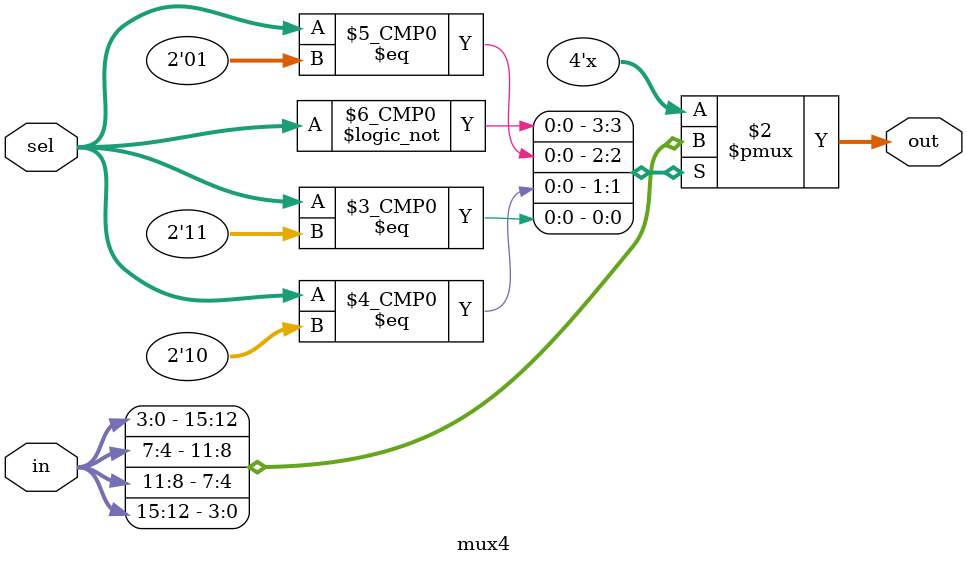
<source format=sv>
`timescale 1ns / 1ps


module mux4(
    input logic [15:0]in,
    input logic [1:0] sel,
    output logic [3:0] out
    );
    
    always_comb
    case(sel)
    2'b00: out = in[3:0];
    2'b01: out = in[7:4];
    2'b10: out = in[11:8];
    2'b11: out = in[15:12];
    
    endcase
endmodule

</source>
